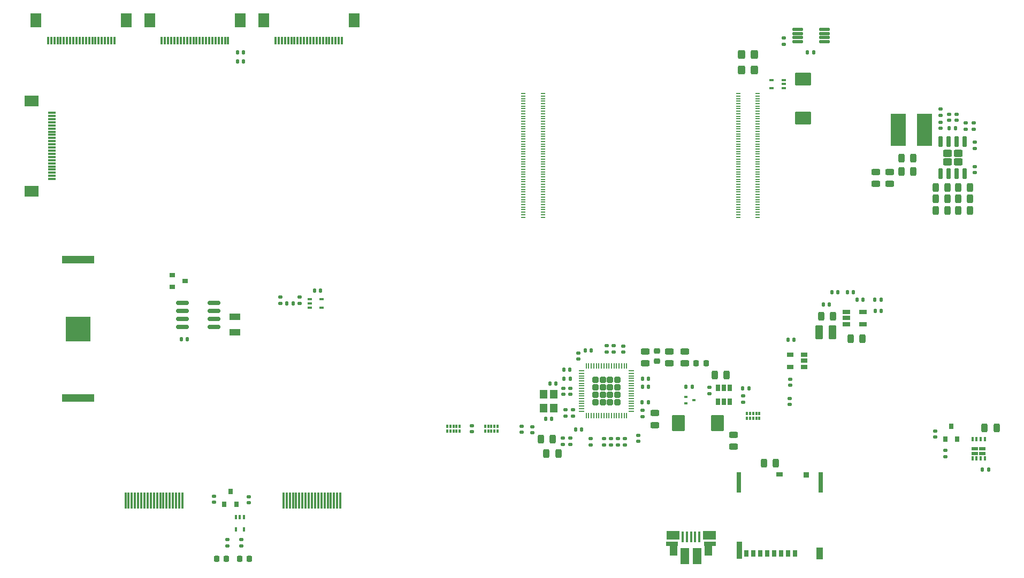
<source format=gbr>
G04 #@! TF.GenerationSoftware,KiCad,Pcbnew,(5.99.0-6751-g76ac8b5acf)*
G04 #@! TF.CreationDate,2021-06-14T13:23:57+01:00*
G04 #@! TF.ProjectId,CM4IOUSB3,434d3449-4f55-4534-9233-2e6b69636164,rev?*
G04 #@! TF.SameCoordinates,Original*
G04 #@! TF.FileFunction,Paste,Top*
G04 #@! TF.FilePolarity,Positive*
%FSLAX46Y46*%
G04 Gerber Fmt 4.6, Leading zero omitted, Abs format (unit mm)*
G04 Created by KiCad (PCBNEW (5.99.0-6751-g76ac8b5acf)) date 2021-06-14 13:23:57*
%MOMM*%
%LPD*%
G01*
G04 APERTURE LIST*
G04 Aperture macros list*
%AMRoundRect*
0 Rectangle with rounded corners*
0 $1 Rounding radius*
0 $2 $3 $4 $5 $6 $7 $8 $9 X,Y pos of 4 corners*
0 Add a 4 corners polygon primitive as box body*
4,1,4,$2,$3,$4,$5,$6,$7,$8,$9,$2,$3,0*
0 Add four circle primitives for the rounded corners*
1,1,$1+$1,$2,$3,0*
1,1,$1+$1,$4,$5,0*
1,1,$1+$1,$6,$7,0*
1,1,$1+$1,$8,$9,0*
0 Add four rect primitives between the rounded corners*
20,1,$1+$1,$2,$3,$4,$5,0*
20,1,$1+$1,$4,$5,$6,$7,0*
20,1,$1+$1,$6,$7,$8,$9,0*
20,1,$1+$1,$8,$9,$2,$3,0*%
G04 Aperture macros list end*
%ADD10R,0.700000X0.200000*%
%ADD11R,5.080000X1.270000*%
%ADD12R,3.960000X3.960000*%
%ADD13RoundRect,0.147500X0.172500X-0.147500X0.172500X0.147500X-0.172500X0.147500X-0.172500X-0.147500X0*%
%ADD14RoundRect,0.243750X0.243750X0.456250X-0.243750X0.456250X-0.243750X-0.456250X0.243750X-0.456250X0*%
%ADD15RoundRect,0.147500X-0.172500X0.147500X-0.172500X-0.147500X0.172500X-0.147500X0.172500X0.147500X0*%
%ADD16RoundRect,0.147500X-0.147500X-0.172500X0.147500X-0.172500X0.147500X0.172500X-0.147500X0.172500X0*%
%ADD17RoundRect,0.243750X-0.243750X-0.456250X0.243750X-0.456250X0.243750X0.456250X-0.243750X0.456250X0*%
%ADD18RoundRect,0.243750X-0.456250X0.243750X-0.456250X-0.243750X0.456250X-0.243750X0.456250X0.243750X0*%
%ADD19R,0.300000X1.300000*%
%ADD20R,1.800000X2.200000*%
%ADD21RoundRect,0.147500X0.147500X0.172500X-0.147500X0.172500X-0.147500X-0.172500X0.147500X-0.172500X0*%
%ADD22R,0.300000X0.550000*%
%ADD23R,0.400000X0.550000*%
%ADD24R,0.800000X0.900000*%
%ADD25RoundRect,0.218750X0.218750X0.256250X-0.218750X0.256250X-0.218750X-0.256250X0.218750X-0.256250X0*%
%ADD26RoundRect,0.125000X-0.687500X-0.125000X0.687500X-0.125000X0.687500X0.125000X-0.687500X0.125000X0*%
%ADD27R,0.650000X0.400000*%
%ADD28R,0.400000X1.750000*%
%ADD29R,1.300000X2.000000*%
%ADD30R,1.425000X2.500000*%
%ADD31R,2.000000X1.400000*%
%ADD32R,1.825000X0.700000*%
%ADD33R,0.400000X0.650000*%
%ADD34R,1.060000X0.650000*%
%ADD35R,0.300000X2.600000*%
%ADD36R,2.350000X5.100000*%
%ADD37RoundRect,0.250000X0.460000X-0.315000X0.460000X0.315000X-0.460000X0.315000X-0.460000X-0.315000X0*%
%ADD38RoundRect,0.150000X0.150000X-0.737500X0.150000X0.737500X-0.150000X0.737500X-0.150000X-0.737500X0*%
%ADD39RoundRect,0.249999X-0.325001X-0.450001X0.325001X-0.450001X0.325001X0.450001X-0.325001X0.450001X0*%
%ADD40R,0.900000X0.800000*%
%ADD41RoundRect,0.150000X0.825000X0.150000X-0.825000X0.150000X-0.825000X-0.150000X0.825000X-0.150000X0*%
%ADD42R,1.800000X1.000000*%
%ADD43R,0.700000X1.100000*%
%ADD44R,0.900000X0.930000*%
%ADD45R,1.050000X0.780000*%
%ADD46R,0.860000X2.800000*%
%ADD47R,0.700000X3.330000*%
%ADD48R,1.140000X1.830000*%
%ADD49R,1.300000X0.300000*%
%ADD50R,2.200000X1.800000*%
%ADD51R,0.420000X0.700000*%
%ADD52R,1.000000X0.600000*%
%ADD53RoundRect,0.250000X0.787500X1.025000X-0.787500X1.025000X-0.787500X-1.025000X0.787500X-1.025000X0*%
%ADD54RoundRect,0.250000X0.375000X0.850000X-0.375000X0.850000X-0.375000X-0.850000X0.375000X-0.850000X0*%
%ADD55R,0.510000X0.400000*%
%ADD56RoundRect,0.250000X0.253488X0.253488X-0.253488X0.253488X-0.253488X-0.253488X0.253488X-0.253488X0*%
%ADD57RoundRect,0.050000X0.362500X0.050000X-0.362500X0.050000X-0.362500X-0.050000X0.362500X-0.050000X0*%
%ADD58RoundRect,0.050000X0.050000X0.362500X-0.050000X0.362500X-0.050000X-0.362500X0.050000X-0.362500X0*%
%ADD59RoundRect,0.250000X1.025000X-0.787500X1.025000X0.787500X-1.025000X0.787500X-1.025000X-0.787500X0*%
%ADD60RoundRect,0.243750X0.456250X-0.243750X0.456250X0.243750X-0.456250X0.243750X-0.456250X-0.243750X0*%
%ADD61R,0.650000X1.060000*%
%ADD62R,1.220000X0.650000*%
%ADD63RoundRect,0.218750X0.256250X-0.218750X0.256250X0.218750X-0.256250X0.218750X-0.256250X-0.218750X0*%
%ADD64R,1.200000X1.400000*%
G04 APERTURE END LIST*
D10*
X160460000Y-85200000D03*
X163540000Y-85200000D03*
X160460000Y-85600000D03*
X163540000Y-85600000D03*
X160460000Y-86000000D03*
X163540000Y-86000000D03*
X160460000Y-86400000D03*
X163540000Y-86400000D03*
X160460000Y-86800000D03*
X163540000Y-86800000D03*
X160460000Y-87200000D03*
X163540000Y-87200000D03*
X160460000Y-87600000D03*
X163540000Y-87600000D03*
X160460000Y-88000000D03*
X163540000Y-88000000D03*
X160460000Y-88400000D03*
X163540000Y-88400000D03*
X160460000Y-88800000D03*
X163540000Y-88800000D03*
X160460000Y-89200000D03*
X163540000Y-89200000D03*
X160460000Y-89600000D03*
X163540000Y-89600000D03*
X160460000Y-90000000D03*
X163540000Y-90000000D03*
X160460000Y-90400000D03*
X163540000Y-90400000D03*
X160460000Y-90800000D03*
X163540000Y-90800000D03*
X160460000Y-91200000D03*
X163540000Y-91200000D03*
X160460000Y-91600000D03*
X163540000Y-91600000D03*
X160460000Y-92000000D03*
X163540000Y-92000000D03*
X160460000Y-92400000D03*
X163540000Y-92400000D03*
X160460000Y-92800000D03*
X163540000Y-92800000D03*
X160460000Y-93200000D03*
X163540000Y-93200000D03*
X160460000Y-93600000D03*
X163540000Y-93600000D03*
X160460000Y-94000000D03*
X163540000Y-94000000D03*
X160460000Y-94400000D03*
X163540000Y-94400000D03*
X160460000Y-94800000D03*
X163540000Y-94800000D03*
X160460000Y-95200000D03*
X163540000Y-95200000D03*
X160460000Y-95600000D03*
X163540000Y-95600000D03*
X160460000Y-96000000D03*
X163540000Y-96000000D03*
X160460000Y-96400000D03*
X163540000Y-96400000D03*
X160460000Y-96800000D03*
X163540000Y-96800000D03*
X160460000Y-97200000D03*
X163540000Y-97200000D03*
X160460000Y-97600000D03*
X163540000Y-97600000D03*
X160460000Y-98000000D03*
X163540000Y-98000000D03*
X160460000Y-98400000D03*
X163540000Y-98400000D03*
X160460000Y-98800000D03*
X163540000Y-98800000D03*
X160460000Y-99200000D03*
X163540000Y-99200000D03*
X160460000Y-99600000D03*
X163540000Y-99600000D03*
X160460000Y-100000000D03*
X163540000Y-100000000D03*
X160460000Y-100400000D03*
X163540000Y-100400000D03*
X160460000Y-100800000D03*
X163540000Y-100800000D03*
X160460000Y-101200000D03*
X163540000Y-101200000D03*
X160460000Y-101600000D03*
X163540000Y-101600000D03*
X160460000Y-102000000D03*
X163540000Y-102000000D03*
X160460000Y-102400000D03*
X163540000Y-102400000D03*
X160460000Y-102800000D03*
X163540000Y-102800000D03*
X160460000Y-103200000D03*
X163540000Y-103200000D03*
X160460000Y-103600000D03*
X163540000Y-103600000D03*
X160460000Y-104000000D03*
X163540000Y-104000000D03*
X160460000Y-104400000D03*
X163540000Y-104400000D03*
X160460000Y-104800000D03*
X163540000Y-104800000D03*
X194460000Y-85200000D03*
X197540000Y-85200000D03*
X194460000Y-85600000D03*
X197540000Y-85600000D03*
X194460000Y-86000000D03*
X197540000Y-86000000D03*
X194460000Y-86400000D03*
X197540000Y-86400000D03*
X194460000Y-86800000D03*
X197540000Y-86800000D03*
X194460000Y-87200000D03*
X197540000Y-87200000D03*
X194460000Y-87600000D03*
X197540000Y-87600000D03*
X194460000Y-88000000D03*
X197540000Y-88000000D03*
X194460000Y-88400000D03*
X197540000Y-88400000D03*
X194460000Y-88800000D03*
X197540000Y-88800000D03*
X194460000Y-89200000D03*
X197540000Y-89200000D03*
X194460000Y-89600000D03*
X197540000Y-89600000D03*
X194460000Y-90000000D03*
X197540000Y-90000000D03*
X194460000Y-90400000D03*
X197540000Y-90400000D03*
X194460000Y-90800000D03*
X197540000Y-90800000D03*
X194460000Y-91200000D03*
X197540000Y-91200000D03*
X194460000Y-91600000D03*
X197540000Y-91600000D03*
X194460000Y-92000000D03*
X197540000Y-92000000D03*
X194460000Y-92400000D03*
X197540000Y-92400000D03*
X194460000Y-92800000D03*
X197540000Y-92800000D03*
X194460000Y-93200000D03*
X197540000Y-93200000D03*
X194460000Y-93600000D03*
X197540000Y-93600000D03*
X194460000Y-94000000D03*
X197540000Y-94000000D03*
X194460000Y-94400000D03*
X197540000Y-94400000D03*
X194460000Y-94800000D03*
X197540000Y-94800000D03*
X194460000Y-95200000D03*
X197540000Y-95200000D03*
X194460000Y-95600000D03*
X197540000Y-95600000D03*
X194460000Y-96000000D03*
X197540000Y-96000000D03*
X194460000Y-96400000D03*
X197540000Y-96400000D03*
X194460000Y-96800000D03*
X197540000Y-96800000D03*
X194460000Y-97200000D03*
X197540000Y-97200000D03*
X194460000Y-97600000D03*
X197540000Y-97600000D03*
X194460000Y-98000000D03*
X197540000Y-98000000D03*
X194460000Y-98400000D03*
X197540000Y-98400000D03*
X194460000Y-98800000D03*
X197540000Y-98800000D03*
X194460000Y-99200000D03*
X197540000Y-99200000D03*
X194460000Y-99600000D03*
X197540000Y-99600000D03*
X194460000Y-100000000D03*
X197540000Y-100000000D03*
X194460000Y-100400000D03*
X197540000Y-100400000D03*
X194460000Y-100800000D03*
X197540000Y-100800000D03*
X194460000Y-101200000D03*
X197540000Y-101200000D03*
X194460000Y-101600000D03*
X197540000Y-101600000D03*
X194460000Y-102000000D03*
X197540000Y-102000000D03*
X194460000Y-102400000D03*
X197540000Y-102400000D03*
X194460000Y-102800000D03*
X197540000Y-102800000D03*
X194460000Y-103200000D03*
X197540000Y-103200000D03*
X194460000Y-103600000D03*
X197540000Y-103600000D03*
X194460000Y-104000000D03*
X197540000Y-104000000D03*
X194460000Y-104400000D03*
X197540000Y-104400000D03*
X194460000Y-104800000D03*
X197540000Y-104800000D03*
D11*
X90000000Y-111515000D03*
X90000000Y-133485000D03*
D12*
X90000000Y-122500000D03*
D13*
X152300000Y-138785000D03*
X152300000Y-137815000D03*
D14*
X200387500Y-143750000D03*
X198512500Y-143750000D03*
D13*
X111550000Y-149985000D03*
X111550000Y-149015000D03*
X117000000Y-150085000D03*
X117000000Y-149115000D03*
D15*
X201700000Y-76415000D03*
X201700000Y-77385000D03*
D16*
X233115000Y-144800000D03*
X234085000Y-144800000D03*
D17*
X220262500Y-95400000D03*
X222137500Y-95400000D03*
X220262500Y-97550000D03*
X222137500Y-97550000D03*
D18*
X216250000Y-97650000D03*
X216250000Y-99525000D03*
X218400000Y-97662500D03*
X218400000Y-99537500D03*
D19*
X85250000Y-76850000D03*
X85750000Y-76850000D03*
X86250000Y-76850000D03*
X86750000Y-76850000D03*
X87250000Y-76850000D03*
X87750000Y-76850000D03*
X88250000Y-76850000D03*
X88750000Y-76850000D03*
X89250000Y-76850000D03*
X89750000Y-76850000D03*
X90250000Y-76850000D03*
X90750000Y-76850000D03*
X91250000Y-76850000D03*
X91750000Y-76850000D03*
X92250000Y-76850000D03*
X92750000Y-76850000D03*
X93250000Y-76850000D03*
X93750000Y-76850000D03*
X94250000Y-76850000D03*
X94750000Y-76850000D03*
X95250000Y-76850000D03*
X95750000Y-76850000D03*
D20*
X83350000Y-73600000D03*
X97650000Y-73600000D03*
D19*
X121250000Y-76850000D03*
X121750000Y-76850000D03*
X122250000Y-76850000D03*
X122750000Y-76850000D03*
X123250000Y-76850000D03*
X123750000Y-76850000D03*
X124250000Y-76850000D03*
X124750000Y-76850000D03*
X125250000Y-76850000D03*
X125750000Y-76850000D03*
X126250000Y-76850000D03*
X126750000Y-76850000D03*
X127250000Y-76850000D03*
X127750000Y-76850000D03*
X128250000Y-76850000D03*
X128750000Y-76850000D03*
X129250000Y-76850000D03*
X129750000Y-76850000D03*
X130250000Y-76850000D03*
X130750000Y-76850000D03*
X131250000Y-76850000D03*
X131750000Y-76850000D03*
D20*
X119350000Y-73600000D03*
X133650000Y-73600000D03*
D13*
X113600000Y-156885000D03*
X113600000Y-155915000D03*
D16*
X195200000Y-131950000D03*
X196170000Y-131950000D03*
D21*
X206385000Y-78700000D03*
X205415000Y-78700000D03*
D22*
X156400000Y-137900000D03*
X155900000Y-137900000D03*
D23*
X155400000Y-137900000D03*
D22*
X154900000Y-137900000D03*
X154400000Y-137900000D03*
X154400000Y-138670000D03*
X154900000Y-138670000D03*
D23*
X155400000Y-138670000D03*
D22*
X155900000Y-138670000D03*
X156400000Y-138670000D03*
D24*
X113150000Y-150300000D03*
X115050000Y-150300000D03*
X114100000Y-148300000D03*
D25*
X117137500Y-158900000D03*
X115562500Y-158900000D03*
D26*
X203887500Y-75025000D03*
X203887500Y-75675000D03*
X203887500Y-76325000D03*
X203887500Y-76975000D03*
X208112500Y-76975000D03*
X208112500Y-76325000D03*
X208112500Y-75675000D03*
X208112500Y-75025000D03*
D27*
X126668000Y-117822000D03*
X126668000Y-118472000D03*
X126668000Y-119122000D03*
X128568000Y-119122000D03*
X128568000Y-117822000D03*
D13*
X125062000Y-118433000D03*
X125062000Y-117463000D03*
X122014000Y-118433000D03*
X122014000Y-117463000D03*
X161900000Y-138970000D03*
X161900000Y-138000000D03*
X160200000Y-138885000D03*
X160200000Y-137915000D03*
D28*
X185700000Y-155480000D03*
X186350000Y-155480000D03*
X187000000Y-155480000D03*
X187650000Y-155480000D03*
X188300000Y-155480000D03*
D29*
X184275000Y-157370000D03*
D30*
X186037500Y-158550000D03*
X187962500Y-158550000D03*
D31*
X189900000Y-155240000D03*
D32*
X184012500Y-156600000D03*
D31*
X184150000Y-155240000D03*
D29*
X189725000Y-157370000D03*
D32*
X189987500Y-156600000D03*
D25*
X113487500Y-158900000D03*
X111912500Y-158900000D03*
D13*
X115800000Y-156885000D03*
X115800000Y-155915000D03*
D33*
X116250000Y-152350000D03*
X115600000Y-152350000D03*
X114950000Y-152350000D03*
X114950000Y-154250000D03*
X116250000Y-154250000D03*
D21*
X124023000Y-118456000D03*
X123053000Y-118456000D03*
X128357000Y-116440000D03*
X127387000Y-116440000D03*
D34*
X204898661Y-128505987D03*
X204898661Y-127555987D03*
X204898661Y-126605987D03*
X202698661Y-126605987D03*
X202698661Y-128505987D03*
D35*
X131500000Y-149720000D03*
X131000000Y-149720000D03*
X130500000Y-149720000D03*
X130000000Y-149720000D03*
X129500000Y-149720000D03*
X129000000Y-149720000D03*
X128500000Y-149720000D03*
X128000000Y-149720000D03*
X127500000Y-149720000D03*
X127000000Y-149720000D03*
X126500000Y-149720000D03*
X126000000Y-149720000D03*
X125500000Y-149720000D03*
X125000000Y-149720000D03*
X124500000Y-149720000D03*
X124000000Y-149720000D03*
X123500000Y-149720000D03*
X123000000Y-149720000D03*
X122500000Y-149720000D03*
X106500000Y-149720000D03*
X106000000Y-149720000D03*
X105500000Y-149720000D03*
X105000000Y-149720000D03*
X104500000Y-149720000D03*
X104000000Y-149720000D03*
X103500000Y-149720000D03*
X103000000Y-149720000D03*
X102500000Y-149720000D03*
X102000000Y-149720000D03*
X101500000Y-149720000D03*
X101000000Y-149720000D03*
X100500000Y-149720000D03*
X100000000Y-149720000D03*
X99500000Y-149720000D03*
X99000000Y-149720000D03*
X98500000Y-149720000D03*
X98000000Y-149720000D03*
X97500000Y-149720000D03*
D24*
X229150000Y-139950000D03*
X228200000Y-137950000D03*
X227250000Y-139950000D03*
D15*
X227250000Y-141765000D03*
X227250000Y-142735000D03*
D13*
X226450000Y-88635000D03*
X226450000Y-87665000D03*
X231900000Y-97735000D03*
X231900000Y-96765000D03*
D21*
X228820000Y-90700000D03*
X227850000Y-90700000D03*
D15*
X227800000Y-88465000D03*
X227800000Y-89435000D03*
D36*
X223925000Y-90950000D03*
X219775000Y-90950000D03*
D13*
X226450000Y-90735000D03*
X226450000Y-89765000D03*
D15*
X230500000Y-89865000D03*
X230500000Y-90835000D03*
X231900000Y-92915000D03*
X231900000Y-93885000D03*
D37*
X229250000Y-94670000D03*
X227550000Y-94670000D03*
X229250000Y-96030000D03*
X227550000Y-96030000D03*
D38*
X226495000Y-97912500D03*
X227765000Y-97912500D03*
X229035000Y-97912500D03*
X230305000Y-97912500D03*
X230305000Y-92787500D03*
X229035000Y-92787500D03*
X227765000Y-92787500D03*
X226495000Y-92787500D03*
D15*
X225600000Y-138665000D03*
X225600000Y-139635000D03*
D13*
X229000000Y-89435000D03*
X229000000Y-88465000D03*
D15*
X231750000Y-89865000D03*
X231750000Y-90835000D03*
D21*
X116185000Y-78700000D03*
X115215000Y-78700000D03*
X116185000Y-80100000D03*
X115215000Y-80100000D03*
D22*
X150400000Y-137900000D03*
X149900000Y-137900000D03*
D23*
X149400000Y-137900000D03*
D22*
X148900000Y-137900000D03*
X148400000Y-137900000D03*
X148400000Y-138670000D03*
X148900000Y-138670000D03*
D23*
X149400000Y-138670000D03*
D22*
X149900000Y-138670000D03*
X150400000Y-138670000D03*
X195825000Y-136650000D03*
X196325000Y-136650000D03*
D23*
X196825000Y-136650000D03*
D22*
X197325000Y-136650000D03*
X197825000Y-136650000D03*
X197825000Y-135880000D03*
X197325000Y-135880000D03*
D23*
X196825000Y-135880000D03*
D22*
X196325000Y-135880000D03*
X195825000Y-135880000D03*
D39*
X194975000Y-79000000D03*
X197025000Y-79000000D03*
D27*
X201650000Y-84350000D03*
X201650000Y-83700000D03*
X201650000Y-83050000D03*
X199750000Y-83050000D03*
X199750000Y-84350000D03*
D39*
X194975000Y-81500000D03*
X197025000Y-81500000D03*
D40*
X104900000Y-113950000D03*
X104900000Y-115850000D03*
X106900000Y-114900000D03*
D41*
X111475000Y-122155000D03*
X111475000Y-120885000D03*
X111475000Y-119615000D03*
X111475000Y-118345000D03*
X106525000Y-118345000D03*
X106525000Y-119615000D03*
X106525000Y-120885000D03*
X106525000Y-122155000D03*
D42*
X114850000Y-120550000D03*
X114850000Y-123050000D03*
D43*
X203460000Y-158075000D03*
X202360000Y-158075000D03*
X201260000Y-158075000D03*
X200160000Y-158075000D03*
X199060000Y-158075000D03*
X197960000Y-158075000D03*
X196860000Y-158075000D03*
X195760000Y-158075000D03*
D44*
X205250000Y-145610000D03*
D45*
X200985000Y-145535000D03*
D46*
X194680000Y-157575000D03*
D47*
X194600000Y-146810000D03*
D48*
X207340000Y-158060000D03*
D47*
X207560000Y-146810000D03*
D19*
X103250000Y-76850000D03*
X103750000Y-76850000D03*
X104250000Y-76850000D03*
X104750000Y-76850000D03*
X105250000Y-76850000D03*
X105750000Y-76850000D03*
X106250000Y-76850000D03*
X106750000Y-76850000D03*
X107250000Y-76850000D03*
X107750000Y-76850000D03*
X108250000Y-76850000D03*
X108750000Y-76850000D03*
X109250000Y-76850000D03*
X109750000Y-76850000D03*
X110250000Y-76850000D03*
X110750000Y-76850000D03*
X111250000Y-76850000D03*
X111750000Y-76850000D03*
X112250000Y-76850000D03*
X112750000Y-76850000D03*
X113250000Y-76850000D03*
X113750000Y-76850000D03*
D20*
X101350000Y-73600000D03*
X115650000Y-73600000D03*
D49*
X85850000Y-98750000D03*
X85850000Y-98250000D03*
X85850000Y-97750000D03*
X85850000Y-97250000D03*
X85850000Y-96750000D03*
X85850000Y-96250000D03*
X85850000Y-95750000D03*
X85850000Y-95250000D03*
X85850000Y-94750000D03*
X85850000Y-94250000D03*
X85850000Y-93750000D03*
X85850000Y-93250000D03*
X85850000Y-92750000D03*
X85850000Y-92250000D03*
X85850000Y-91750000D03*
X85850000Y-91250000D03*
X85850000Y-90750000D03*
X85850000Y-90250000D03*
X85850000Y-89750000D03*
X85850000Y-89250000D03*
X85850000Y-88750000D03*
X85850000Y-88250000D03*
D50*
X82600000Y-100650000D03*
X82600000Y-86350000D03*
D51*
X232175000Y-143000000D03*
D52*
X231935000Y-142230000D03*
D51*
X233475000Y-143000000D03*
D52*
X233065000Y-141520000D03*
X233065000Y-142230000D03*
D51*
X232825000Y-143000000D03*
X231525000Y-143000000D03*
D52*
X231935000Y-141520000D03*
D51*
X233475000Y-140000000D03*
X232825000Y-140000000D03*
X232175000Y-140000000D03*
X231525000Y-140000000D03*
D13*
X195205000Y-134097500D03*
X195205000Y-133127500D03*
D14*
X227587500Y-100050000D03*
X225712500Y-100050000D03*
D17*
X229262500Y-100050000D03*
X231137500Y-100050000D03*
X229262500Y-101900000D03*
X231137500Y-101900000D03*
D14*
X227587500Y-101900000D03*
X225712500Y-101900000D03*
D17*
X229262500Y-103750000D03*
X231137500Y-103750000D03*
D14*
X227587500Y-103750000D03*
X225712500Y-103750000D03*
D17*
X233462500Y-138200000D03*
X235337500Y-138200000D03*
D18*
X179725000Y-126062502D03*
X179725000Y-127937502D03*
D13*
X173650000Y-126152500D03*
X173650000Y-125182500D03*
D53*
X191212500Y-137400000D03*
X184987500Y-137400000D03*
D54*
X209375000Y-123000000D03*
X207225000Y-123000000D03*
D15*
X171129374Y-139896469D03*
X171129374Y-140866469D03*
D13*
X169150000Y-127285000D03*
X169150000Y-126315000D03*
D16*
X179302500Y-131662500D03*
X180272500Y-131662500D03*
D14*
X214162500Y-124075000D03*
X212287500Y-124075000D03*
D13*
X174325000Y-140860000D03*
X174325000Y-139890000D03*
D55*
X186155000Y-133300000D03*
X186155000Y-134300000D03*
X187445000Y-133800000D03*
D16*
X179302500Y-130362500D03*
X180272500Y-130362500D03*
D56*
X175375000Y-134100000D03*
X175375000Y-130575000D03*
X173025000Y-134100000D03*
X171850000Y-131750000D03*
X173025000Y-132925000D03*
X174200000Y-134100000D03*
X173025000Y-131750000D03*
X174200000Y-132925000D03*
X175375000Y-131750000D03*
X171850000Y-134100000D03*
X171850000Y-130575000D03*
X175375000Y-132925000D03*
X174200000Y-131750000D03*
X174200000Y-130575000D03*
X171850000Y-132925000D03*
X173025000Y-130575000D03*
D57*
X177550000Y-135537500D03*
X177550000Y-135137500D03*
X177550000Y-134737500D03*
X177550000Y-134337500D03*
X177550000Y-133937500D03*
X177550000Y-133537500D03*
X177550000Y-133137500D03*
X177550000Y-132737500D03*
X177550000Y-132337500D03*
X177550000Y-131937500D03*
X177550000Y-131537500D03*
X177550000Y-131137500D03*
X177550000Y-130737500D03*
X177550000Y-130337500D03*
X177550000Y-129937500D03*
X177550000Y-129537500D03*
X177550000Y-129137500D03*
D58*
X176812500Y-128400000D03*
X176412500Y-128400000D03*
X176012500Y-128400000D03*
X175612500Y-128400000D03*
X175212500Y-128400000D03*
X174812500Y-128400000D03*
X174412500Y-128400000D03*
X174012500Y-128400000D03*
X173612500Y-128400000D03*
X173212500Y-128400000D03*
X172812500Y-128400000D03*
X172412500Y-128400000D03*
X172012500Y-128400000D03*
X171612500Y-128400000D03*
X171212500Y-128400000D03*
X170812500Y-128400000D03*
X170412500Y-128400000D03*
D57*
X169675000Y-129137500D03*
X169675000Y-129537500D03*
X169675000Y-129937500D03*
X169675000Y-130337500D03*
X169675000Y-130737500D03*
X169675000Y-131137500D03*
X169675000Y-131537500D03*
X169675000Y-131937500D03*
X169675000Y-132337500D03*
X169675000Y-132737500D03*
X169675000Y-133137500D03*
X169675000Y-133537500D03*
X169675000Y-133937500D03*
X169675000Y-134337500D03*
X169675000Y-134737500D03*
X169675000Y-135137500D03*
X169675000Y-135537500D03*
D58*
X170412500Y-136275000D03*
X170812500Y-136275000D03*
X171212500Y-136275000D03*
X171612500Y-136275000D03*
X172012500Y-136275000D03*
X172412500Y-136275000D03*
X172812500Y-136275000D03*
X173212500Y-136275000D03*
X173612500Y-136275000D03*
X174012500Y-136275000D03*
X174412500Y-136275000D03*
X174812500Y-136275000D03*
X175212500Y-136275000D03*
X175612500Y-136275000D03*
X176012500Y-136275000D03*
X176412500Y-136275000D03*
X176812500Y-136275000D03*
D59*
X204700000Y-89112500D03*
X204700000Y-82887500D03*
D13*
X167925000Y-132885000D03*
X167925000Y-131915000D03*
D16*
X179277500Y-134087500D03*
X180247500Y-134087500D03*
D14*
X192600001Y-129768751D03*
X190725001Y-129768751D03*
D60*
X183600000Y-127962502D03*
X183600000Y-126087502D03*
D15*
X168312500Y-135327500D03*
X168312500Y-136297500D03*
D14*
X166000000Y-142275000D03*
X164125000Y-142275000D03*
D16*
X166847500Y-128952500D03*
X167817500Y-128952500D03*
D13*
X166800000Y-132885000D03*
X166800000Y-131915000D03*
D61*
X193150000Y-131825000D03*
X192200000Y-131825000D03*
X191250000Y-131825000D03*
X191250000Y-134025000D03*
X192200000Y-134025000D03*
X193150000Y-134025000D03*
D16*
X207940000Y-118600000D03*
X208910000Y-118600000D03*
D13*
X175450000Y-140860000D03*
X175450000Y-139890000D03*
D17*
X207562500Y-120500000D03*
X209437500Y-120500000D03*
D15*
X202700000Y-130450000D03*
X202700000Y-131420000D03*
D21*
X203285000Y-124200000D03*
X202315000Y-124200000D03*
D25*
X189367500Y-127942500D03*
X187792500Y-127942500D03*
D62*
X211615000Y-119825000D03*
X211615000Y-120775000D03*
X211615000Y-121725000D03*
X214235000Y-121725000D03*
X214235000Y-119825000D03*
D63*
X181650000Y-127612502D03*
X181650000Y-126037502D03*
D18*
X181300000Y-135862500D03*
X181300000Y-137737500D03*
D21*
X214235000Y-117875000D03*
X213265000Y-117875000D03*
D15*
X202650000Y-133500000D03*
X202650000Y-134470000D03*
D21*
X169710000Y-138425000D03*
X168740000Y-138425000D03*
X217060000Y-117875000D03*
X216090000Y-117875000D03*
D15*
X167162500Y-135328964D03*
X167162500Y-136298964D03*
D18*
X193700000Y-139262500D03*
X193700000Y-141137500D03*
D16*
X186200000Y-131700000D03*
X187170000Y-131700000D03*
D60*
X186040000Y-127927500D03*
X186040000Y-126052500D03*
D21*
X164935000Y-136737500D03*
X163965000Y-136737500D03*
D16*
X209290000Y-116725000D03*
X210260000Y-116725000D03*
D21*
X217110000Y-119675000D03*
X216140000Y-119675000D03*
D13*
X176250000Y-126170000D03*
X176250000Y-125200000D03*
D16*
X164675526Y-131139649D03*
X165645526Y-131139649D03*
D13*
X189900000Y-132745000D03*
X189900000Y-131775000D03*
D15*
X179312500Y-135402500D03*
X179312500Y-136372500D03*
D16*
X106315000Y-124100000D03*
X107285000Y-124100000D03*
X166890000Y-130375000D03*
X167860000Y-130375000D03*
X211740000Y-116725000D03*
X212710000Y-116725000D03*
D21*
X171234474Y-125927131D03*
X170264474Y-125927131D03*
D15*
X176550000Y-139890000D03*
X176550000Y-140860000D03*
D13*
X174775000Y-126152500D03*
X174775000Y-125182500D03*
D14*
X165085000Y-140007500D03*
X163210000Y-140007500D03*
D15*
X178625000Y-139365000D03*
X178625000Y-140335000D03*
D64*
X163650001Y-132837499D03*
X163650001Y-135037499D03*
X165250001Y-135037499D03*
X165250001Y-132837499D03*
D13*
X167875000Y-140810000D03*
X167875000Y-139840000D03*
D15*
X173200000Y-139890000D03*
X173200000Y-140860000D03*
D13*
X166725000Y-140810000D03*
X166725000Y-139840000D03*
M02*

</source>
